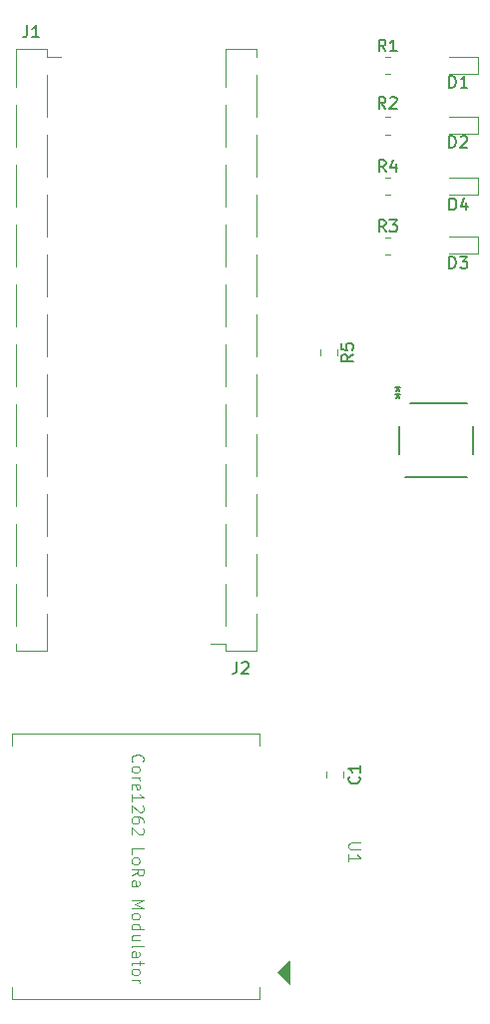
<source format=gbr>
%TF.GenerationSoftware,KiCad,Pcbnew,9.0.4*%
%TF.CreationDate,2025-11-10T15:19:37-05:00*%
%TF.ProjectId,lwqms_receiver,6c77716d-735f-4726-9563-65697665722e,rev?*%
%TF.SameCoordinates,Original*%
%TF.FileFunction,Legend,Top*%
%TF.FilePolarity,Positive*%
%FSLAX46Y46*%
G04 Gerber Fmt 4.6, Leading zero omitted, Abs format (unit mm)*
G04 Created by KiCad (PCBNEW 9.0.4) date 2025-11-10 15:19:37*
%MOMM*%
%LPD*%
G01*
G04 APERTURE LIST*
%ADD10C,0.150000*%
%ADD11C,0.100000*%
%ADD12C,0.120000*%
%ADD13C,0.152400*%
G04 APERTURE END LIST*
D10*
X156517905Y-68145819D02*
X156517905Y-67145819D01*
X156517905Y-67145819D02*
X156756000Y-67145819D01*
X156756000Y-67145819D02*
X156898857Y-67193438D01*
X156898857Y-67193438D02*
X156994095Y-67288676D01*
X156994095Y-67288676D02*
X157041714Y-67383914D01*
X157041714Y-67383914D02*
X157089333Y-67574390D01*
X157089333Y-67574390D02*
X157089333Y-67717247D01*
X157089333Y-67717247D02*
X157041714Y-67907723D01*
X157041714Y-67907723D02*
X156994095Y-68002961D01*
X156994095Y-68002961D02*
X156898857Y-68098200D01*
X156898857Y-68098200D02*
X156756000Y-68145819D01*
X156756000Y-68145819D02*
X156517905Y-68145819D01*
X157946476Y-67479152D02*
X157946476Y-68145819D01*
X157708381Y-67098200D02*
X157470286Y-67812485D01*
X157470286Y-67812485D02*
X158089333Y-67812485D01*
X151106333Y-69982819D02*
X150773000Y-69506628D01*
X150534905Y-69982819D02*
X150534905Y-68982819D01*
X150534905Y-68982819D02*
X150915857Y-68982819D01*
X150915857Y-68982819D02*
X151011095Y-69030438D01*
X151011095Y-69030438D02*
X151058714Y-69078057D01*
X151058714Y-69078057D02*
X151106333Y-69173295D01*
X151106333Y-69173295D02*
X151106333Y-69316152D01*
X151106333Y-69316152D02*
X151058714Y-69411390D01*
X151058714Y-69411390D02*
X151011095Y-69459009D01*
X151011095Y-69459009D02*
X150915857Y-69506628D01*
X150915857Y-69506628D02*
X150534905Y-69506628D01*
X151439667Y-68982819D02*
X152058714Y-68982819D01*
X152058714Y-68982819D02*
X151725381Y-69363771D01*
X151725381Y-69363771D02*
X151868238Y-69363771D01*
X151868238Y-69363771D02*
X151963476Y-69411390D01*
X151963476Y-69411390D02*
X152011095Y-69459009D01*
X152011095Y-69459009D02*
X152058714Y-69554247D01*
X152058714Y-69554247D02*
X152058714Y-69792342D01*
X152058714Y-69792342D02*
X152011095Y-69887580D01*
X152011095Y-69887580D02*
X151963476Y-69935200D01*
X151963476Y-69935200D02*
X151868238Y-69982819D01*
X151868238Y-69982819D02*
X151582524Y-69982819D01*
X151582524Y-69982819D02*
X151487286Y-69935200D01*
X151487286Y-69935200D02*
X151439667Y-69887580D01*
X152123000Y-83052432D02*
X152123000Y-83290527D01*
X151884905Y-83195289D02*
X152123000Y-83290527D01*
X152123000Y-83290527D02*
X152361095Y-83195289D01*
X151980143Y-83481003D02*
X152123000Y-83290527D01*
X152123000Y-83290527D02*
X152265857Y-83481003D01*
X152122999Y-83647817D02*
X152122999Y-83885912D01*
X151884904Y-83790674D02*
X152122999Y-83885912D01*
X152122999Y-83885912D02*
X152361094Y-83790674D01*
X151980142Y-84076388D02*
X152122999Y-83885912D01*
X152122999Y-83885912D02*
X152265856Y-84076388D01*
X120696666Y-52464819D02*
X120696666Y-53179104D01*
X120696666Y-53179104D02*
X120649047Y-53321961D01*
X120649047Y-53321961D02*
X120553809Y-53417200D01*
X120553809Y-53417200D02*
X120410952Y-53464819D01*
X120410952Y-53464819D02*
X120315714Y-53464819D01*
X121696666Y-53464819D02*
X121125238Y-53464819D01*
X121410952Y-53464819D02*
X121410952Y-52464819D01*
X121410952Y-52464819D02*
X121315714Y-52607676D01*
X121315714Y-52607676D02*
X121220476Y-52702914D01*
X121220476Y-52702914D02*
X121125238Y-52750533D01*
X156501905Y-62844819D02*
X156501905Y-61844819D01*
X156501905Y-61844819D02*
X156740000Y-61844819D01*
X156740000Y-61844819D02*
X156882857Y-61892438D01*
X156882857Y-61892438D02*
X156978095Y-61987676D01*
X156978095Y-61987676D02*
X157025714Y-62082914D01*
X157025714Y-62082914D02*
X157073333Y-62273390D01*
X157073333Y-62273390D02*
X157073333Y-62416247D01*
X157073333Y-62416247D02*
X157025714Y-62606723D01*
X157025714Y-62606723D02*
X156978095Y-62701961D01*
X156978095Y-62701961D02*
X156882857Y-62797200D01*
X156882857Y-62797200D02*
X156740000Y-62844819D01*
X156740000Y-62844819D02*
X156501905Y-62844819D01*
X157454286Y-61940057D02*
X157501905Y-61892438D01*
X157501905Y-61892438D02*
X157597143Y-61844819D01*
X157597143Y-61844819D02*
X157835238Y-61844819D01*
X157835238Y-61844819D02*
X157930476Y-61892438D01*
X157930476Y-61892438D02*
X157978095Y-61940057D01*
X157978095Y-61940057D02*
X158025714Y-62035295D01*
X158025714Y-62035295D02*
X158025714Y-62130533D01*
X158025714Y-62130533D02*
X157978095Y-62273390D01*
X157978095Y-62273390D02*
X157406667Y-62844819D01*
X157406667Y-62844819D02*
X158025714Y-62844819D01*
X156501905Y-73098819D02*
X156501905Y-72098819D01*
X156501905Y-72098819D02*
X156740000Y-72098819D01*
X156740000Y-72098819D02*
X156882857Y-72146438D01*
X156882857Y-72146438D02*
X156978095Y-72241676D01*
X156978095Y-72241676D02*
X157025714Y-72336914D01*
X157025714Y-72336914D02*
X157073333Y-72527390D01*
X157073333Y-72527390D02*
X157073333Y-72670247D01*
X157073333Y-72670247D02*
X157025714Y-72860723D01*
X157025714Y-72860723D02*
X156978095Y-72955961D01*
X156978095Y-72955961D02*
X156882857Y-73051200D01*
X156882857Y-73051200D02*
X156740000Y-73098819D01*
X156740000Y-73098819D02*
X156501905Y-73098819D01*
X157406667Y-72098819D02*
X158025714Y-72098819D01*
X158025714Y-72098819D02*
X157692381Y-72479771D01*
X157692381Y-72479771D02*
X157835238Y-72479771D01*
X157835238Y-72479771D02*
X157930476Y-72527390D01*
X157930476Y-72527390D02*
X157978095Y-72575009D01*
X157978095Y-72575009D02*
X158025714Y-72670247D01*
X158025714Y-72670247D02*
X158025714Y-72908342D01*
X158025714Y-72908342D02*
X157978095Y-73003580D01*
X157978095Y-73003580D02*
X157930476Y-73051200D01*
X157930476Y-73051200D02*
X157835238Y-73098819D01*
X157835238Y-73098819D02*
X157549524Y-73098819D01*
X157549524Y-73098819D02*
X157454286Y-73051200D01*
X157454286Y-73051200D02*
X157406667Y-73003580D01*
X151102333Y-54684819D02*
X150769000Y-54208628D01*
X150530905Y-54684819D02*
X150530905Y-53684819D01*
X150530905Y-53684819D02*
X150911857Y-53684819D01*
X150911857Y-53684819D02*
X151007095Y-53732438D01*
X151007095Y-53732438D02*
X151054714Y-53780057D01*
X151054714Y-53780057D02*
X151102333Y-53875295D01*
X151102333Y-53875295D02*
X151102333Y-54018152D01*
X151102333Y-54018152D02*
X151054714Y-54113390D01*
X151054714Y-54113390D02*
X151007095Y-54161009D01*
X151007095Y-54161009D02*
X150911857Y-54208628D01*
X150911857Y-54208628D02*
X150530905Y-54208628D01*
X152054714Y-54684819D02*
X151483286Y-54684819D01*
X151769000Y-54684819D02*
X151769000Y-53684819D01*
X151769000Y-53684819D02*
X151673762Y-53827676D01*
X151673762Y-53827676D02*
X151578524Y-53922914D01*
X151578524Y-53922914D02*
X151483286Y-53970533D01*
X138476666Y-106464819D02*
X138476666Y-107179104D01*
X138476666Y-107179104D02*
X138429047Y-107321961D01*
X138429047Y-107321961D02*
X138333809Y-107417200D01*
X138333809Y-107417200D02*
X138190952Y-107464819D01*
X138190952Y-107464819D02*
X138095714Y-107464819D01*
X138905238Y-106560057D02*
X138952857Y-106512438D01*
X138952857Y-106512438D02*
X139048095Y-106464819D01*
X139048095Y-106464819D02*
X139286190Y-106464819D01*
X139286190Y-106464819D02*
X139381428Y-106512438D01*
X139381428Y-106512438D02*
X139429047Y-106560057D01*
X139429047Y-106560057D02*
X139476666Y-106655295D01*
X139476666Y-106655295D02*
X139476666Y-106750533D01*
X139476666Y-106750533D02*
X139429047Y-106893390D01*
X139429047Y-106893390D02*
X138857619Y-107464819D01*
X138857619Y-107464819D02*
X139476666Y-107464819D01*
X156501905Y-57764819D02*
X156501905Y-56764819D01*
X156501905Y-56764819D02*
X156740000Y-56764819D01*
X156740000Y-56764819D02*
X156882857Y-56812438D01*
X156882857Y-56812438D02*
X156978095Y-56907676D01*
X156978095Y-56907676D02*
X157025714Y-57002914D01*
X157025714Y-57002914D02*
X157073333Y-57193390D01*
X157073333Y-57193390D02*
X157073333Y-57336247D01*
X157073333Y-57336247D02*
X157025714Y-57526723D01*
X157025714Y-57526723D02*
X156978095Y-57621961D01*
X156978095Y-57621961D02*
X156882857Y-57717200D01*
X156882857Y-57717200D02*
X156740000Y-57764819D01*
X156740000Y-57764819D02*
X156501905Y-57764819D01*
X158025714Y-57764819D02*
X157454286Y-57764819D01*
X157740000Y-57764819D02*
X157740000Y-56764819D01*
X157740000Y-56764819D02*
X157644762Y-56907676D01*
X157644762Y-56907676D02*
X157549524Y-57002914D01*
X157549524Y-57002914D02*
X157454286Y-57050533D01*
D11*
X148963580Y-121813095D02*
X148154057Y-121813095D01*
X148154057Y-121813095D02*
X148058819Y-121860714D01*
X148058819Y-121860714D02*
X148011200Y-121908333D01*
X148011200Y-121908333D02*
X147963580Y-122003571D01*
X147963580Y-122003571D02*
X147963580Y-122194047D01*
X147963580Y-122194047D02*
X148011200Y-122289285D01*
X148011200Y-122289285D02*
X148058819Y-122336904D01*
X148058819Y-122336904D02*
X148154057Y-122384523D01*
X148154057Y-122384523D02*
X148963580Y-122384523D01*
X147963580Y-123384523D02*
X147963580Y-122813095D01*
X147963580Y-123098809D02*
X148963580Y-123098809D01*
X148963580Y-123098809D02*
X148820723Y-123003571D01*
X148820723Y-123003571D02*
X148725485Y-122908333D01*
X148725485Y-122908333D02*
X148677866Y-122813095D01*
X129643819Y-114950312D02*
X129596200Y-114902693D01*
X129596200Y-114902693D02*
X129548580Y-114759836D01*
X129548580Y-114759836D02*
X129548580Y-114664598D01*
X129548580Y-114664598D02*
X129596200Y-114521741D01*
X129596200Y-114521741D02*
X129691438Y-114426503D01*
X129691438Y-114426503D02*
X129786676Y-114378884D01*
X129786676Y-114378884D02*
X129977152Y-114331265D01*
X129977152Y-114331265D02*
X130120009Y-114331265D01*
X130120009Y-114331265D02*
X130310485Y-114378884D01*
X130310485Y-114378884D02*
X130405723Y-114426503D01*
X130405723Y-114426503D02*
X130500961Y-114521741D01*
X130500961Y-114521741D02*
X130548580Y-114664598D01*
X130548580Y-114664598D02*
X130548580Y-114759836D01*
X130548580Y-114759836D02*
X130500961Y-114902693D01*
X130500961Y-114902693D02*
X130453342Y-114950312D01*
X129548580Y-115521741D02*
X129596200Y-115426503D01*
X129596200Y-115426503D02*
X129643819Y-115378884D01*
X129643819Y-115378884D02*
X129739057Y-115331265D01*
X129739057Y-115331265D02*
X130024771Y-115331265D01*
X130024771Y-115331265D02*
X130120009Y-115378884D01*
X130120009Y-115378884D02*
X130167628Y-115426503D01*
X130167628Y-115426503D02*
X130215247Y-115521741D01*
X130215247Y-115521741D02*
X130215247Y-115664598D01*
X130215247Y-115664598D02*
X130167628Y-115759836D01*
X130167628Y-115759836D02*
X130120009Y-115807455D01*
X130120009Y-115807455D02*
X130024771Y-115855074D01*
X130024771Y-115855074D02*
X129739057Y-115855074D01*
X129739057Y-115855074D02*
X129643819Y-115807455D01*
X129643819Y-115807455D02*
X129596200Y-115759836D01*
X129596200Y-115759836D02*
X129548580Y-115664598D01*
X129548580Y-115664598D02*
X129548580Y-115521741D01*
X129548580Y-116283646D02*
X130215247Y-116283646D01*
X130024771Y-116283646D02*
X130120009Y-116331265D01*
X130120009Y-116331265D02*
X130167628Y-116378884D01*
X130167628Y-116378884D02*
X130215247Y-116474122D01*
X130215247Y-116474122D02*
X130215247Y-116569360D01*
X129596200Y-117283646D02*
X129548580Y-117188408D01*
X129548580Y-117188408D02*
X129548580Y-116997932D01*
X129548580Y-116997932D02*
X129596200Y-116902694D01*
X129596200Y-116902694D02*
X129691438Y-116855075D01*
X129691438Y-116855075D02*
X130072390Y-116855075D01*
X130072390Y-116855075D02*
X130167628Y-116902694D01*
X130167628Y-116902694D02*
X130215247Y-116997932D01*
X130215247Y-116997932D02*
X130215247Y-117188408D01*
X130215247Y-117188408D02*
X130167628Y-117283646D01*
X130167628Y-117283646D02*
X130072390Y-117331265D01*
X130072390Y-117331265D02*
X129977152Y-117331265D01*
X129977152Y-117331265D02*
X129881914Y-116855075D01*
X129548580Y-118283646D02*
X129548580Y-117712218D01*
X129548580Y-117997932D02*
X130548580Y-117997932D01*
X130548580Y-117997932D02*
X130405723Y-117902694D01*
X130405723Y-117902694D02*
X130310485Y-117807456D01*
X130310485Y-117807456D02*
X130262866Y-117712218D01*
X130453342Y-118664599D02*
X130500961Y-118712218D01*
X130500961Y-118712218D02*
X130548580Y-118807456D01*
X130548580Y-118807456D02*
X130548580Y-119045551D01*
X130548580Y-119045551D02*
X130500961Y-119140789D01*
X130500961Y-119140789D02*
X130453342Y-119188408D01*
X130453342Y-119188408D02*
X130358104Y-119236027D01*
X130358104Y-119236027D02*
X130262866Y-119236027D01*
X130262866Y-119236027D02*
X130120009Y-119188408D01*
X130120009Y-119188408D02*
X129548580Y-118616980D01*
X129548580Y-118616980D02*
X129548580Y-119236027D01*
X130548580Y-120093170D02*
X130548580Y-119902694D01*
X130548580Y-119902694D02*
X130500961Y-119807456D01*
X130500961Y-119807456D02*
X130453342Y-119759837D01*
X130453342Y-119759837D02*
X130310485Y-119664599D01*
X130310485Y-119664599D02*
X130120009Y-119616980D01*
X130120009Y-119616980D02*
X129739057Y-119616980D01*
X129739057Y-119616980D02*
X129643819Y-119664599D01*
X129643819Y-119664599D02*
X129596200Y-119712218D01*
X129596200Y-119712218D02*
X129548580Y-119807456D01*
X129548580Y-119807456D02*
X129548580Y-119997932D01*
X129548580Y-119997932D02*
X129596200Y-120093170D01*
X129596200Y-120093170D02*
X129643819Y-120140789D01*
X129643819Y-120140789D02*
X129739057Y-120188408D01*
X129739057Y-120188408D02*
X129977152Y-120188408D01*
X129977152Y-120188408D02*
X130072390Y-120140789D01*
X130072390Y-120140789D02*
X130120009Y-120093170D01*
X130120009Y-120093170D02*
X130167628Y-119997932D01*
X130167628Y-119997932D02*
X130167628Y-119807456D01*
X130167628Y-119807456D02*
X130120009Y-119712218D01*
X130120009Y-119712218D02*
X130072390Y-119664599D01*
X130072390Y-119664599D02*
X129977152Y-119616980D01*
X130453342Y-120569361D02*
X130500961Y-120616980D01*
X130500961Y-120616980D02*
X130548580Y-120712218D01*
X130548580Y-120712218D02*
X130548580Y-120950313D01*
X130548580Y-120950313D02*
X130500961Y-121045551D01*
X130500961Y-121045551D02*
X130453342Y-121093170D01*
X130453342Y-121093170D02*
X130358104Y-121140789D01*
X130358104Y-121140789D02*
X130262866Y-121140789D01*
X130262866Y-121140789D02*
X130120009Y-121093170D01*
X130120009Y-121093170D02*
X129548580Y-120521742D01*
X129548580Y-120521742D02*
X129548580Y-121140789D01*
X129548580Y-122807456D02*
X129548580Y-122331266D01*
X129548580Y-122331266D02*
X130548580Y-122331266D01*
X129548580Y-123283647D02*
X129596200Y-123188409D01*
X129596200Y-123188409D02*
X129643819Y-123140790D01*
X129643819Y-123140790D02*
X129739057Y-123093171D01*
X129739057Y-123093171D02*
X130024771Y-123093171D01*
X130024771Y-123093171D02*
X130120009Y-123140790D01*
X130120009Y-123140790D02*
X130167628Y-123188409D01*
X130167628Y-123188409D02*
X130215247Y-123283647D01*
X130215247Y-123283647D02*
X130215247Y-123426504D01*
X130215247Y-123426504D02*
X130167628Y-123521742D01*
X130167628Y-123521742D02*
X130120009Y-123569361D01*
X130120009Y-123569361D02*
X130024771Y-123616980D01*
X130024771Y-123616980D02*
X129739057Y-123616980D01*
X129739057Y-123616980D02*
X129643819Y-123569361D01*
X129643819Y-123569361D02*
X129596200Y-123521742D01*
X129596200Y-123521742D02*
X129548580Y-123426504D01*
X129548580Y-123426504D02*
X129548580Y-123283647D01*
X129548580Y-124616980D02*
X130024771Y-124283647D01*
X129548580Y-124045552D02*
X130548580Y-124045552D01*
X130548580Y-124045552D02*
X130548580Y-124426504D01*
X130548580Y-124426504D02*
X130500961Y-124521742D01*
X130500961Y-124521742D02*
X130453342Y-124569361D01*
X130453342Y-124569361D02*
X130358104Y-124616980D01*
X130358104Y-124616980D02*
X130215247Y-124616980D01*
X130215247Y-124616980D02*
X130120009Y-124569361D01*
X130120009Y-124569361D02*
X130072390Y-124521742D01*
X130072390Y-124521742D02*
X130024771Y-124426504D01*
X130024771Y-124426504D02*
X130024771Y-124045552D01*
X129548580Y-125474123D02*
X130072390Y-125474123D01*
X130072390Y-125474123D02*
X130167628Y-125426504D01*
X130167628Y-125426504D02*
X130215247Y-125331266D01*
X130215247Y-125331266D02*
X130215247Y-125140790D01*
X130215247Y-125140790D02*
X130167628Y-125045552D01*
X129596200Y-125474123D02*
X129548580Y-125378885D01*
X129548580Y-125378885D02*
X129548580Y-125140790D01*
X129548580Y-125140790D02*
X129596200Y-125045552D01*
X129596200Y-125045552D02*
X129691438Y-124997933D01*
X129691438Y-124997933D02*
X129786676Y-124997933D01*
X129786676Y-124997933D02*
X129881914Y-125045552D01*
X129881914Y-125045552D02*
X129929533Y-125140790D01*
X129929533Y-125140790D02*
X129929533Y-125378885D01*
X129929533Y-125378885D02*
X129977152Y-125474123D01*
X129548580Y-126712219D02*
X130548580Y-126712219D01*
X130548580Y-126712219D02*
X129834295Y-127045552D01*
X129834295Y-127045552D02*
X130548580Y-127378885D01*
X130548580Y-127378885D02*
X129548580Y-127378885D01*
X129548580Y-127997933D02*
X129596200Y-127902695D01*
X129596200Y-127902695D02*
X129643819Y-127855076D01*
X129643819Y-127855076D02*
X129739057Y-127807457D01*
X129739057Y-127807457D02*
X130024771Y-127807457D01*
X130024771Y-127807457D02*
X130120009Y-127855076D01*
X130120009Y-127855076D02*
X130167628Y-127902695D01*
X130167628Y-127902695D02*
X130215247Y-127997933D01*
X130215247Y-127997933D02*
X130215247Y-128140790D01*
X130215247Y-128140790D02*
X130167628Y-128236028D01*
X130167628Y-128236028D02*
X130120009Y-128283647D01*
X130120009Y-128283647D02*
X130024771Y-128331266D01*
X130024771Y-128331266D02*
X129739057Y-128331266D01*
X129739057Y-128331266D02*
X129643819Y-128283647D01*
X129643819Y-128283647D02*
X129596200Y-128236028D01*
X129596200Y-128236028D02*
X129548580Y-128140790D01*
X129548580Y-128140790D02*
X129548580Y-127997933D01*
X129548580Y-129188409D02*
X130548580Y-129188409D01*
X129596200Y-129188409D02*
X129548580Y-129093171D01*
X129548580Y-129093171D02*
X129548580Y-128902695D01*
X129548580Y-128902695D02*
X129596200Y-128807457D01*
X129596200Y-128807457D02*
X129643819Y-128759838D01*
X129643819Y-128759838D02*
X129739057Y-128712219D01*
X129739057Y-128712219D02*
X130024771Y-128712219D01*
X130024771Y-128712219D02*
X130120009Y-128759838D01*
X130120009Y-128759838D02*
X130167628Y-128807457D01*
X130167628Y-128807457D02*
X130215247Y-128902695D01*
X130215247Y-128902695D02*
X130215247Y-129093171D01*
X130215247Y-129093171D02*
X130167628Y-129188409D01*
X130215247Y-130093171D02*
X129548580Y-130093171D01*
X130215247Y-129664600D02*
X129691438Y-129664600D01*
X129691438Y-129664600D02*
X129596200Y-129712219D01*
X129596200Y-129712219D02*
X129548580Y-129807457D01*
X129548580Y-129807457D02*
X129548580Y-129950314D01*
X129548580Y-129950314D02*
X129596200Y-130045552D01*
X129596200Y-130045552D02*
X129643819Y-130093171D01*
X129548580Y-130712219D02*
X129596200Y-130616981D01*
X129596200Y-130616981D02*
X129691438Y-130569362D01*
X129691438Y-130569362D02*
X130548580Y-130569362D01*
X129548580Y-131521743D02*
X130072390Y-131521743D01*
X130072390Y-131521743D02*
X130167628Y-131474124D01*
X130167628Y-131474124D02*
X130215247Y-131378886D01*
X130215247Y-131378886D02*
X130215247Y-131188410D01*
X130215247Y-131188410D02*
X130167628Y-131093172D01*
X129596200Y-131521743D02*
X129548580Y-131426505D01*
X129548580Y-131426505D02*
X129548580Y-131188410D01*
X129548580Y-131188410D02*
X129596200Y-131093172D01*
X129596200Y-131093172D02*
X129691438Y-131045553D01*
X129691438Y-131045553D02*
X129786676Y-131045553D01*
X129786676Y-131045553D02*
X129881914Y-131093172D01*
X129881914Y-131093172D02*
X129929533Y-131188410D01*
X129929533Y-131188410D02*
X129929533Y-131426505D01*
X129929533Y-131426505D02*
X129977152Y-131521743D01*
X130215247Y-131855077D02*
X130215247Y-132236029D01*
X130548580Y-131997934D02*
X129691438Y-131997934D01*
X129691438Y-131997934D02*
X129596200Y-132045553D01*
X129596200Y-132045553D02*
X129548580Y-132140791D01*
X129548580Y-132140791D02*
X129548580Y-132236029D01*
X129548580Y-132712220D02*
X129596200Y-132616982D01*
X129596200Y-132616982D02*
X129643819Y-132569363D01*
X129643819Y-132569363D02*
X129739057Y-132521744D01*
X129739057Y-132521744D02*
X130024771Y-132521744D01*
X130024771Y-132521744D02*
X130120009Y-132569363D01*
X130120009Y-132569363D02*
X130167628Y-132616982D01*
X130167628Y-132616982D02*
X130215247Y-132712220D01*
X130215247Y-132712220D02*
X130215247Y-132855077D01*
X130215247Y-132855077D02*
X130167628Y-132950315D01*
X130167628Y-132950315D02*
X130120009Y-132997934D01*
X130120009Y-132997934D02*
X130024771Y-133045553D01*
X130024771Y-133045553D02*
X129739057Y-133045553D01*
X129739057Y-133045553D02*
X129643819Y-132997934D01*
X129643819Y-132997934D02*
X129596200Y-132950315D01*
X129596200Y-132950315D02*
X129548580Y-132855077D01*
X129548580Y-132855077D02*
X129548580Y-132712220D01*
X129548580Y-133474125D02*
X130215247Y-133474125D01*
X130024771Y-133474125D02*
X130120009Y-133521744D01*
X130120009Y-133521744D02*
X130167628Y-133569363D01*
X130167628Y-133569363D02*
X130215247Y-133664601D01*
X130215247Y-133664601D02*
X130215247Y-133759839D01*
D10*
X148851580Y-116204166D02*
X148899200Y-116251785D01*
X148899200Y-116251785D02*
X148946819Y-116394642D01*
X148946819Y-116394642D02*
X148946819Y-116489880D01*
X148946819Y-116489880D02*
X148899200Y-116632737D01*
X148899200Y-116632737D02*
X148803961Y-116727975D01*
X148803961Y-116727975D02*
X148708723Y-116775594D01*
X148708723Y-116775594D02*
X148518247Y-116823213D01*
X148518247Y-116823213D02*
X148375390Y-116823213D01*
X148375390Y-116823213D02*
X148184914Y-116775594D01*
X148184914Y-116775594D02*
X148089676Y-116727975D01*
X148089676Y-116727975D02*
X147994438Y-116632737D01*
X147994438Y-116632737D02*
X147946819Y-116489880D01*
X147946819Y-116489880D02*
X147946819Y-116394642D01*
X147946819Y-116394642D02*
X147994438Y-116251785D01*
X147994438Y-116251785D02*
X148042057Y-116204166D01*
X148946819Y-115251785D02*
X148946819Y-115823213D01*
X148946819Y-115537499D02*
X147946819Y-115537499D01*
X147946819Y-115537499D02*
X148089676Y-115632737D01*
X148089676Y-115632737D02*
X148184914Y-115727975D01*
X148184914Y-115727975D02*
X148232533Y-115823213D01*
X151106333Y-64902819D02*
X150773000Y-64426628D01*
X150534905Y-64902819D02*
X150534905Y-63902819D01*
X150534905Y-63902819D02*
X150915857Y-63902819D01*
X150915857Y-63902819D02*
X151011095Y-63950438D01*
X151011095Y-63950438D02*
X151058714Y-63998057D01*
X151058714Y-63998057D02*
X151106333Y-64093295D01*
X151106333Y-64093295D02*
X151106333Y-64236152D01*
X151106333Y-64236152D02*
X151058714Y-64331390D01*
X151058714Y-64331390D02*
X151011095Y-64379009D01*
X151011095Y-64379009D02*
X150915857Y-64426628D01*
X150915857Y-64426628D02*
X150534905Y-64426628D01*
X151963476Y-64236152D02*
X151963476Y-64902819D01*
X151725381Y-63855200D02*
X151487286Y-64569485D01*
X151487286Y-64569485D02*
X152106333Y-64569485D01*
X151090333Y-59538819D02*
X150757000Y-59062628D01*
X150518905Y-59538819D02*
X150518905Y-58538819D01*
X150518905Y-58538819D02*
X150899857Y-58538819D01*
X150899857Y-58538819D02*
X150995095Y-58586438D01*
X150995095Y-58586438D02*
X151042714Y-58634057D01*
X151042714Y-58634057D02*
X151090333Y-58729295D01*
X151090333Y-58729295D02*
X151090333Y-58872152D01*
X151090333Y-58872152D02*
X151042714Y-58967390D01*
X151042714Y-58967390D02*
X150995095Y-59015009D01*
X150995095Y-59015009D02*
X150899857Y-59062628D01*
X150899857Y-59062628D02*
X150518905Y-59062628D01*
X151471286Y-58634057D02*
X151518905Y-58586438D01*
X151518905Y-58586438D02*
X151614143Y-58538819D01*
X151614143Y-58538819D02*
X151852238Y-58538819D01*
X151852238Y-58538819D02*
X151947476Y-58586438D01*
X151947476Y-58586438D02*
X151995095Y-58634057D01*
X151995095Y-58634057D02*
X152042714Y-58729295D01*
X152042714Y-58729295D02*
X152042714Y-58824533D01*
X152042714Y-58824533D02*
X151995095Y-58967390D01*
X151995095Y-58967390D02*
X151423667Y-59538819D01*
X151423667Y-59538819D02*
X152042714Y-59538819D01*
X148355820Y-80393667D02*
X147879629Y-80727000D01*
X148355820Y-80965095D02*
X147355820Y-80965095D01*
X147355820Y-80965095D02*
X147355820Y-80584143D01*
X147355820Y-80584143D02*
X147403439Y-80488905D01*
X147403439Y-80488905D02*
X147451058Y-80441286D01*
X147451058Y-80441286D02*
X147546296Y-80393667D01*
X147546296Y-80393667D02*
X147689153Y-80393667D01*
X147689153Y-80393667D02*
X147784391Y-80441286D01*
X147784391Y-80441286D02*
X147832010Y-80488905D01*
X147832010Y-80488905D02*
X147879629Y-80584143D01*
X147879629Y-80584143D02*
X147879629Y-80965095D01*
X147355820Y-79488905D02*
X147355820Y-79965095D01*
X147355820Y-79965095D02*
X147832010Y-80012714D01*
X147832010Y-80012714D02*
X147784391Y-79965095D01*
X147784391Y-79965095D02*
X147736772Y-79869857D01*
X147736772Y-79869857D02*
X147736772Y-79631762D01*
X147736772Y-79631762D02*
X147784391Y-79536524D01*
X147784391Y-79536524D02*
X147832010Y-79488905D01*
X147832010Y-79488905D02*
X147927248Y-79441286D01*
X147927248Y-79441286D02*
X148165343Y-79441286D01*
X148165343Y-79441286D02*
X148260581Y-79488905D01*
X148260581Y-79488905D02*
X148308201Y-79536524D01*
X148308201Y-79536524D02*
X148355820Y-79631762D01*
X148355820Y-79631762D02*
X148355820Y-79869857D01*
X148355820Y-79869857D02*
X148308201Y-79965095D01*
X148308201Y-79965095D02*
X148260581Y-80012714D01*
D12*
%TO.C,D4*%
X156456000Y-66873000D02*
X158916000Y-66873000D01*
X158916000Y-65403000D02*
X156456000Y-65403000D01*
X158916000Y-66873000D02*
X158916000Y-65403000D01*
%TO.C,R3*%
X151045936Y-70443000D02*
X151500064Y-70443000D01*
X151045936Y-71913000D02*
X151500064Y-71913000D01*
D13*
%TO.C,SW1*%
X152248800Y-86498039D02*
X152248800Y-88841298D01*
X152760640Y-90790199D02*
X157985360Y-90790199D01*
X157985360Y-84541799D02*
X153180708Y-84541799D01*
X158497200Y-88841298D02*
X158497200Y-86490701D01*
D12*
%TO.C,J1*%
X119700000Y-54450000D02*
X119700000Y-57660000D01*
X119700000Y-54450000D02*
X122360000Y-54450000D01*
X119700000Y-59180000D02*
X119700000Y-62740000D01*
X119700000Y-64260000D02*
X119700000Y-67820000D01*
X119700000Y-69340000D02*
X119700000Y-72900000D01*
X119700000Y-74420000D02*
X119700000Y-77980000D01*
X119700000Y-79500000D02*
X119700000Y-83060000D01*
X119700000Y-84580000D02*
X119700000Y-88140000D01*
X119700000Y-89660000D02*
X119700000Y-93220000D01*
X119700000Y-94740000D02*
X119700000Y-98300000D01*
X119700000Y-99820000D02*
X119700000Y-103380000D01*
X119700000Y-104900000D02*
X119700000Y-105570000D01*
X119700000Y-105570000D02*
X122360000Y-105570000D01*
X122360000Y-54450000D02*
X122360000Y-55120000D01*
X122360000Y-55120000D02*
X123570000Y-55120000D01*
X122360000Y-56640000D02*
X122360000Y-60200000D01*
X122360000Y-61720000D02*
X122360000Y-65280000D01*
X122360000Y-66800000D02*
X122360000Y-70360000D01*
X122360000Y-71880000D02*
X122360000Y-75440000D01*
X122360000Y-76960000D02*
X122360000Y-80520000D01*
X122360000Y-82040000D02*
X122360000Y-85600000D01*
X122360000Y-87120000D02*
X122360000Y-90680000D01*
X122360000Y-92200000D02*
X122360000Y-95760000D01*
X122360000Y-97280000D02*
X122360000Y-100840000D01*
X122360000Y-102360000D02*
X122360000Y-105570000D01*
%TO.C,D2*%
X156440000Y-61695000D02*
X158900000Y-61695000D01*
X158900000Y-60225000D02*
X156440000Y-60225000D01*
X158900000Y-61695000D02*
X158900000Y-60225000D01*
%TO.C,D3*%
X156440000Y-71855000D02*
X158900000Y-71855000D01*
X158900000Y-70385000D02*
X156440000Y-70385000D01*
X158900000Y-71855000D02*
X158900000Y-70385000D01*
%TO.C,R1*%
X151041936Y-55145000D02*
X151496064Y-55145000D01*
X151041936Y-56615000D02*
X151496064Y-56615000D01*
%TO.C,J2*%
X137480000Y-57660000D02*
X137480000Y-54450000D01*
X137480000Y-62740000D02*
X137480000Y-59180000D01*
X137480000Y-67820000D02*
X137480000Y-64260000D01*
X137480000Y-72900000D02*
X137480000Y-69340000D01*
X137480000Y-77980000D02*
X137480000Y-74420000D01*
X137480000Y-83060000D02*
X137480000Y-79500000D01*
X137480000Y-88140000D02*
X137480000Y-84580000D01*
X137480000Y-93220000D02*
X137480000Y-89660000D01*
X137480000Y-98300000D02*
X137480000Y-94740000D01*
X137480000Y-103380000D02*
X137480000Y-99820000D01*
X137480000Y-104900000D02*
X136270000Y-104900000D01*
X137480000Y-105570000D02*
X137480000Y-104900000D01*
X140140000Y-54450000D02*
X137480000Y-54450000D01*
X140140000Y-55120000D02*
X140140000Y-54450000D01*
X140140000Y-60200000D02*
X140140000Y-56640000D01*
X140140000Y-65280000D02*
X140140000Y-61720000D01*
X140140000Y-70360000D02*
X140140000Y-66800000D01*
X140140000Y-75440000D02*
X140140000Y-71880000D01*
X140140000Y-80520000D02*
X140140000Y-76960000D01*
X140140000Y-85600000D02*
X140140000Y-82040000D01*
X140140000Y-90680000D02*
X140140000Y-87120000D01*
X140140000Y-95760000D02*
X140140000Y-92200000D01*
X140140000Y-100840000D02*
X140140000Y-97280000D01*
X140140000Y-105570000D02*
X137480000Y-105570000D01*
X140140000Y-105570000D02*
X140140000Y-102360000D01*
%TO.C,D1*%
X156440000Y-56615000D02*
X158900000Y-56615000D01*
X158900000Y-55145000D02*
X156440000Y-55145000D01*
X158900000Y-56615000D02*
X158900000Y-55145000D01*
D11*
%TO.C,U1*%
X119421000Y-112575000D02*
X119421000Y-113575000D01*
X119421000Y-112575000D02*
X140421000Y-112575000D01*
X119421000Y-135075000D02*
X119421000Y-134075000D01*
X119421000Y-135075000D02*
X140421000Y-135075000D01*
X140421000Y-112575000D02*
X140421000Y-113575000D01*
X140421000Y-135075000D02*
X140421000Y-134075000D01*
X142921000Y-133825000D02*
X141921000Y-132825000D01*
X142921000Y-131825000D01*
X142921000Y-133825000D01*
G36*
X142921000Y-133825000D02*
G01*
X141921000Y-132825000D01*
X142921000Y-131825000D01*
X142921000Y-133825000D01*
G37*
D12*
%TO.C,C1*%
X146077000Y-115776248D02*
X146077000Y-116298752D01*
X147547000Y-115776248D02*
X147547000Y-116298752D01*
%TO.C,R4*%
X151045936Y-65363000D02*
X151500064Y-65363000D01*
X151045936Y-66833000D02*
X151500064Y-66833000D01*
%TO.C,R2*%
X151041936Y-60254000D02*
X151496064Y-60254000D01*
X151041936Y-61724000D02*
X151496064Y-61724000D01*
%TO.C,R5*%
X145516001Y-79999937D02*
X145516001Y-80454065D01*
X146986001Y-79999937D02*
X146986001Y-80454065D01*
%TD*%
M02*

</source>
